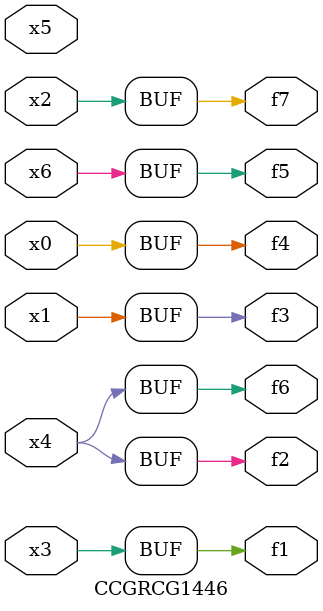
<source format=v>
module CCGRCG1446(
	input x0, x1, x2, x3, x4, x5, x6,
	output f1, f2, f3, f4, f5, f6, f7
);
	assign f1 = x3;
	assign f2 = x4;
	assign f3 = x1;
	assign f4 = x0;
	assign f5 = x6;
	assign f6 = x4;
	assign f7 = x2;
endmodule

</source>
